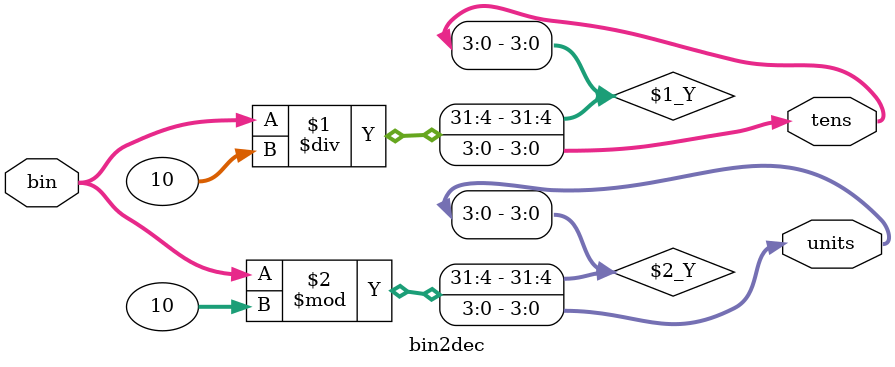
<source format=v>
module bin2dec(input [5:0] bin, output [3:0] tens, units);
	assign tens = bin / 10;
	assign units = bin % 10;
endmodule
</source>
